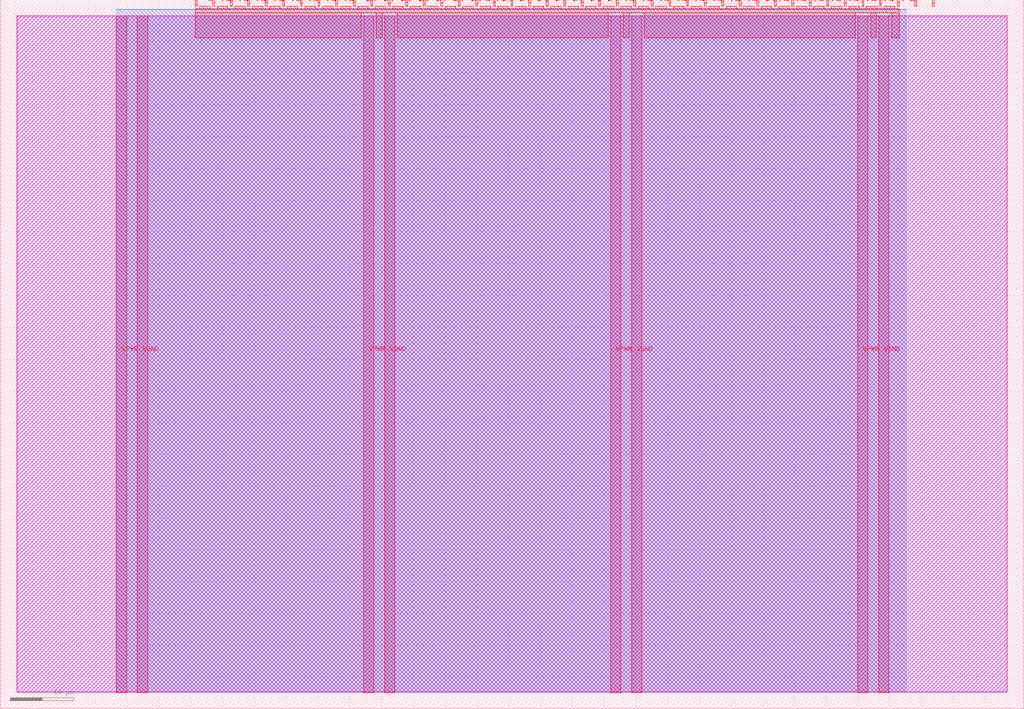
<source format=lef>
VERSION 5.7 ;
  NOWIREEXTENSIONATPIN ON ;
  DIVIDERCHAR "/" ;
  BUSBITCHARS "[]" ;
MACRO tt_um_wokwi_442983115801432065
  CLASS BLOCK ;
  FOREIGN tt_um_wokwi_442983115801432065 ;
  ORIGIN 0.000 0.000 ;
  SIZE 161.000 BY 111.520 ;
  PIN VGND
    DIRECTION INOUT ;
    USE GROUND ;
    PORT
      LAYER met4 ;
        RECT 21.580 2.480 23.180 109.040 ;
    END
    PORT
      LAYER met4 ;
        RECT 60.450 2.480 62.050 109.040 ;
    END
    PORT
      LAYER met4 ;
        RECT 99.320 2.480 100.920 109.040 ;
    END
    PORT
      LAYER met4 ;
        RECT 138.190 2.480 139.790 109.040 ;
    END
  END VGND
  PIN VPWR
    DIRECTION INOUT ;
    USE POWER ;
    PORT
      LAYER met4 ;
        RECT 18.280 2.480 19.880 109.040 ;
    END
    PORT
      LAYER met4 ;
        RECT 57.150 2.480 58.750 109.040 ;
    END
    PORT
      LAYER met4 ;
        RECT 96.020 2.480 97.620 109.040 ;
    END
    PORT
      LAYER met4 ;
        RECT 134.890 2.480 136.490 109.040 ;
    END
  END VPWR
  PIN clk
    DIRECTION INPUT ;
    USE SIGNAL ;
    PORT
      LAYER met4 ;
        RECT 143.830 110.520 144.130 111.520 ;
    END
  END clk
  PIN ena
    DIRECTION INPUT ;
    USE SIGNAL ;
    PORT
      LAYER met4 ;
        RECT 146.590 110.520 146.890 111.520 ;
    END
  END ena
  PIN rst_n
    DIRECTION INPUT ;
    USE SIGNAL ;
    ANTENNAGATEAREA 0.196500 ;
    PORT
      LAYER met4 ;
        RECT 141.070 110.520 141.370 111.520 ;
    END
  END rst_n
  PIN ui_in[0]
    DIRECTION INPUT ;
    USE SIGNAL ;
    ANTENNAGATEAREA 0.196500 ;
    PORT
      LAYER met4 ;
        RECT 138.310 110.520 138.610 111.520 ;
    END
  END ui_in[0]
  PIN ui_in[1]
    DIRECTION INPUT ;
    USE SIGNAL ;
    ANTENNAGATEAREA 0.159000 ;
    PORT
      LAYER met4 ;
        RECT 135.550 110.520 135.850 111.520 ;
    END
  END ui_in[1]
  PIN ui_in[2]
    DIRECTION INPUT ;
    USE SIGNAL ;
    ANTENNAGATEAREA 0.159000 ;
    PORT
      LAYER met4 ;
        RECT 132.790 110.520 133.090 111.520 ;
    END
  END ui_in[2]
  PIN ui_in[3]
    DIRECTION INPUT ;
    USE SIGNAL ;
    PORT
      LAYER met4 ;
        RECT 130.030 110.520 130.330 111.520 ;
    END
  END ui_in[3]
  PIN ui_in[4]
    DIRECTION INPUT ;
    USE SIGNAL ;
    PORT
      LAYER met4 ;
        RECT 127.270 110.520 127.570 111.520 ;
    END
  END ui_in[4]
  PIN ui_in[5]
    DIRECTION INPUT ;
    USE SIGNAL ;
    PORT
      LAYER met4 ;
        RECT 124.510 110.520 124.810 111.520 ;
    END
  END ui_in[5]
  PIN ui_in[6]
    DIRECTION INPUT ;
    USE SIGNAL ;
    PORT
      LAYER met4 ;
        RECT 121.750 110.520 122.050 111.520 ;
    END
  END ui_in[6]
  PIN ui_in[7]
    DIRECTION INPUT ;
    USE SIGNAL ;
    PORT
      LAYER met4 ;
        RECT 118.990 110.520 119.290 111.520 ;
    END
  END ui_in[7]
  PIN uio_in[0]
    DIRECTION INPUT ;
    USE SIGNAL ;
    PORT
      LAYER met4 ;
        RECT 116.230 110.520 116.530 111.520 ;
    END
  END uio_in[0]
  PIN uio_in[1]
    DIRECTION INPUT ;
    USE SIGNAL ;
    PORT
      LAYER met4 ;
        RECT 113.470 110.520 113.770 111.520 ;
    END
  END uio_in[1]
  PIN uio_in[2]
    DIRECTION INPUT ;
    USE SIGNAL ;
    PORT
      LAYER met4 ;
        RECT 110.710 110.520 111.010 111.520 ;
    END
  END uio_in[2]
  PIN uio_in[3]
    DIRECTION INPUT ;
    USE SIGNAL ;
    PORT
      LAYER met4 ;
        RECT 107.950 110.520 108.250 111.520 ;
    END
  END uio_in[3]
  PIN uio_in[4]
    DIRECTION INPUT ;
    USE SIGNAL ;
    PORT
      LAYER met4 ;
        RECT 105.190 110.520 105.490 111.520 ;
    END
  END uio_in[4]
  PIN uio_in[5]
    DIRECTION INPUT ;
    USE SIGNAL ;
    PORT
      LAYER met4 ;
        RECT 102.430 110.520 102.730 111.520 ;
    END
  END uio_in[5]
  PIN uio_in[6]
    DIRECTION INPUT ;
    USE SIGNAL ;
    PORT
      LAYER met4 ;
        RECT 99.670 110.520 99.970 111.520 ;
    END
  END uio_in[6]
  PIN uio_in[7]
    DIRECTION INPUT ;
    USE SIGNAL ;
    PORT
      LAYER met4 ;
        RECT 96.910 110.520 97.210 111.520 ;
    END
  END uio_in[7]
  PIN uio_oe[0]
    DIRECTION OUTPUT ;
    USE SIGNAL ;
    PORT
      LAYER met4 ;
        RECT 49.990 110.520 50.290 111.520 ;
    END
  END uio_oe[0]
  PIN uio_oe[1]
    DIRECTION OUTPUT ;
    USE SIGNAL ;
    PORT
      LAYER met4 ;
        RECT 47.230 110.520 47.530 111.520 ;
    END
  END uio_oe[1]
  PIN uio_oe[2]
    DIRECTION OUTPUT ;
    USE SIGNAL ;
    PORT
      LAYER met4 ;
        RECT 44.470 110.520 44.770 111.520 ;
    END
  END uio_oe[2]
  PIN uio_oe[3]
    DIRECTION OUTPUT ;
    USE SIGNAL ;
    PORT
      LAYER met4 ;
        RECT 41.710 110.520 42.010 111.520 ;
    END
  END uio_oe[3]
  PIN uio_oe[4]
    DIRECTION OUTPUT ;
    USE SIGNAL ;
    PORT
      LAYER met4 ;
        RECT 38.950 110.520 39.250 111.520 ;
    END
  END uio_oe[4]
  PIN uio_oe[5]
    DIRECTION OUTPUT ;
    USE SIGNAL ;
    PORT
      LAYER met4 ;
        RECT 36.190 110.520 36.490 111.520 ;
    END
  END uio_oe[5]
  PIN uio_oe[6]
    DIRECTION OUTPUT ;
    USE SIGNAL ;
    PORT
      LAYER met4 ;
        RECT 33.430 110.520 33.730 111.520 ;
    END
  END uio_oe[6]
  PIN uio_oe[7]
    DIRECTION OUTPUT ;
    USE SIGNAL ;
    PORT
      LAYER met4 ;
        RECT 30.670 110.520 30.970 111.520 ;
    END
  END uio_oe[7]
  PIN uio_out[0]
    DIRECTION OUTPUT ;
    USE SIGNAL ;
    PORT
      LAYER met4 ;
        RECT 72.070 110.520 72.370 111.520 ;
    END
  END uio_out[0]
  PIN uio_out[1]
    DIRECTION OUTPUT ;
    USE SIGNAL ;
    PORT
      LAYER met4 ;
        RECT 69.310 110.520 69.610 111.520 ;
    END
  END uio_out[1]
  PIN uio_out[2]
    DIRECTION OUTPUT ;
    USE SIGNAL ;
    PORT
      LAYER met4 ;
        RECT 66.550 110.520 66.850 111.520 ;
    END
  END uio_out[2]
  PIN uio_out[3]
    DIRECTION OUTPUT ;
    USE SIGNAL ;
    PORT
      LAYER met4 ;
        RECT 63.790 110.520 64.090 111.520 ;
    END
  END uio_out[3]
  PIN uio_out[4]
    DIRECTION OUTPUT ;
    USE SIGNAL ;
    PORT
      LAYER met4 ;
        RECT 61.030 110.520 61.330 111.520 ;
    END
  END uio_out[4]
  PIN uio_out[5]
    DIRECTION OUTPUT ;
    USE SIGNAL ;
    PORT
      LAYER met4 ;
        RECT 58.270 110.520 58.570 111.520 ;
    END
  END uio_out[5]
  PIN uio_out[6]
    DIRECTION OUTPUT ;
    USE SIGNAL ;
    PORT
      LAYER met4 ;
        RECT 55.510 110.520 55.810 111.520 ;
    END
  END uio_out[6]
  PIN uio_out[7]
    DIRECTION OUTPUT ;
    USE SIGNAL ;
    PORT
      LAYER met4 ;
        RECT 52.750 110.520 53.050 111.520 ;
    END
  END uio_out[7]
  PIN uo_out[0]
    DIRECTION OUTPUT ;
    USE SIGNAL ;
    ANTENNADIFFAREA 0.445500 ;
    PORT
      LAYER met4 ;
        RECT 94.150 110.520 94.450 111.520 ;
    END
  END uo_out[0]
  PIN uo_out[1]
    DIRECTION OUTPUT ;
    USE SIGNAL ;
    ANTENNADIFFAREA 0.445500 ;
    PORT
      LAYER met4 ;
        RECT 91.390 110.520 91.690 111.520 ;
    END
  END uo_out[1]
  PIN uo_out[2]
    DIRECTION OUTPUT ;
    USE SIGNAL ;
    ANTENNADIFFAREA 0.445500 ;
    PORT
      LAYER met4 ;
        RECT 88.630 110.520 88.930 111.520 ;
    END
  END uo_out[2]
  PIN uo_out[3]
    DIRECTION OUTPUT ;
    USE SIGNAL ;
    ANTENNADIFFAREA 0.445500 ;
    PORT
      LAYER met4 ;
        RECT 85.870 110.520 86.170 111.520 ;
    END
  END uo_out[3]
  PIN uo_out[4]
    DIRECTION OUTPUT ;
    USE SIGNAL ;
    PORT
      LAYER met4 ;
        RECT 83.110 110.520 83.410 111.520 ;
    END
  END uo_out[4]
  PIN uo_out[5]
    DIRECTION OUTPUT ;
    USE SIGNAL ;
    ANTENNADIFFAREA 0.445500 ;
    PORT
      LAYER met4 ;
        RECT 80.350 110.520 80.650 111.520 ;
    END
  END uo_out[5]
  PIN uo_out[6]
    DIRECTION OUTPUT ;
    USE SIGNAL ;
    PORT
      LAYER met4 ;
        RECT 77.590 110.520 77.890 111.520 ;
    END
  END uo_out[6]
  PIN uo_out[7]
    DIRECTION OUTPUT ;
    USE SIGNAL ;
    ANTENNADIFFAREA 0.445500 ;
    PORT
      LAYER met4 ;
        RECT 74.830 110.520 75.130 111.520 ;
    END
  END uo_out[7]
  OBS
      LAYER nwell ;
        RECT 2.570 2.635 158.430 108.990 ;
      LAYER li1 ;
        RECT 2.760 2.635 158.240 108.885 ;
      LAYER met1 ;
        RECT 2.760 2.480 158.240 109.040 ;
      LAYER met2 ;
        RECT 18.310 2.535 142.510 110.005 ;
      LAYER met3 ;
        RECT 18.290 2.555 142.535 109.985 ;
      LAYER met4 ;
        RECT 31.370 110.120 33.030 110.520 ;
        RECT 34.130 110.120 35.790 110.520 ;
        RECT 36.890 110.120 38.550 110.520 ;
        RECT 39.650 110.120 41.310 110.520 ;
        RECT 42.410 110.120 44.070 110.520 ;
        RECT 45.170 110.120 46.830 110.520 ;
        RECT 47.930 110.120 49.590 110.520 ;
        RECT 50.690 110.120 52.350 110.520 ;
        RECT 53.450 110.120 55.110 110.520 ;
        RECT 56.210 110.120 57.870 110.520 ;
        RECT 58.970 110.120 60.630 110.520 ;
        RECT 61.730 110.120 63.390 110.520 ;
        RECT 64.490 110.120 66.150 110.520 ;
        RECT 67.250 110.120 68.910 110.520 ;
        RECT 70.010 110.120 71.670 110.520 ;
        RECT 72.770 110.120 74.430 110.520 ;
        RECT 75.530 110.120 77.190 110.520 ;
        RECT 78.290 110.120 79.950 110.520 ;
        RECT 81.050 110.120 82.710 110.520 ;
        RECT 83.810 110.120 85.470 110.520 ;
        RECT 86.570 110.120 88.230 110.520 ;
        RECT 89.330 110.120 90.990 110.520 ;
        RECT 92.090 110.120 93.750 110.520 ;
        RECT 94.850 110.120 96.510 110.520 ;
        RECT 97.610 110.120 99.270 110.520 ;
        RECT 100.370 110.120 102.030 110.520 ;
        RECT 103.130 110.120 104.790 110.520 ;
        RECT 105.890 110.120 107.550 110.520 ;
        RECT 108.650 110.120 110.310 110.520 ;
        RECT 111.410 110.120 113.070 110.520 ;
        RECT 114.170 110.120 115.830 110.520 ;
        RECT 116.930 110.120 118.590 110.520 ;
        RECT 119.690 110.120 121.350 110.520 ;
        RECT 122.450 110.120 124.110 110.520 ;
        RECT 125.210 110.120 126.870 110.520 ;
        RECT 127.970 110.120 129.630 110.520 ;
        RECT 130.730 110.120 132.390 110.520 ;
        RECT 133.490 110.120 135.150 110.520 ;
        RECT 136.250 110.120 137.910 110.520 ;
        RECT 139.010 110.120 140.670 110.520 ;
        RECT 30.655 109.440 141.385 110.120 ;
        RECT 30.655 105.575 56.750 109.440 ;
        RECT 59.150 105.575 60.050 109.440 ;
        RECT 62.450 105.575 95.620 109.440 ;
        RECT 98.020 105.575 98.920 109.440 ;
        RECT 101.320 105.575 134.490 109.440 ;
        RECT 136.890 105.575 137.790 109.440 ;
        RECT 140.190 105.575 141.385 109.440 ;
  END
END tt_um_wokwi_442983115801432065
END LIBRARY


</source>
